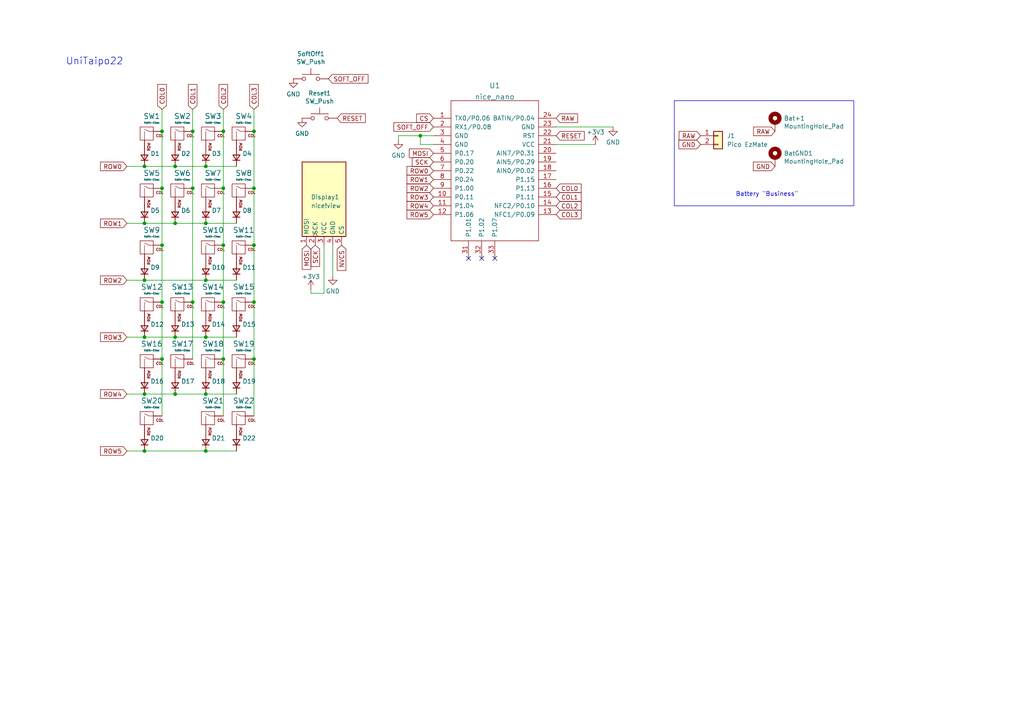
<source format=kicad_sch>
(kicad_sch (version 20250114) (generator "eeschema") (generator_version "9.0")
  (paper "A4")
  (lib_symbols
    (symbol "Connector_Generic:Conn_01x02" (pin_names (offset 1.016) (hide yes))
      (property "Reference" "J" (at 0 2.54 0))
      (property "Value" "Conn_01x02" (at 0 -5.08 0))
      (symbol "Conn_01x02_1_1"
        (rectangle (start -1.27 1.27) (end 1.27 -3.81) (stroke (width 0.254)) (fill (type background)))
        (rectangle (start -1.27 0.127) (end 0 -0.127) (stroke (width 0.1524)))
        (rectangle (start -1.27 -2.413) (end 0 -2.667) (stroke (width 0.1524)))
        (pin passive line (at -5.08 0 0) (length 3.81) (name "Pin_1") (number "1"))
        (pin passive line (at -5.08 -2.54 0) (length 3.81) (name "Pin_2") (number "2"))
      )
    )
    (symbol "Device:D_Small" (pin_numbers (hide yes)) (pin_names (offset 0.254) (hide yes))
      (property "Reference" "D" (at -1.27 2.032 0))
      (property "Value" "D_Small" (at -3.81 -2.032 0))
      (symbol "D_Small_0_1"
        (polyline (pts (xy -0.762 0) (xy 0.762 0)))
        (polyline (pts (xy -0.762 -1.016) (xy -0.762 1.016)) (stroke (width 0.254)))
        (polyline (pts (xy 0.762 -1.016) (xy -0.762 0) (xy 0.762 1.016) (xy 0.762 -1.016)) (stroke (width 0.254)))
      )
      (symbol "D_Small_1_1"
        (pin passive line (at -2.54 0 0) (length 1.778) (name "K") (number "1"))
        (pin passive line (at 2.54 0 180) (length 1.778) (name "A") (number "2"))
      )
    )
    (symbol "MX_Alps_Hybrid:MX-NoLED" (pin_names (offset 1.016))
      (property "Reference" "MX" (at -0.635 3.81 0))
      (property "Value" "MX-NoLED" (at -0.635 1.27 0))
      (symbol "MX-NoLED_0_0"
        (rectangle (start -2.54 2.54) (end 1.27 -1.27))
        (polyline (pts (xy -1.27 -1.27) (xy -1.27 1.27)) (stroke (width 0.127)))
        (polyline (pts (xy 1.27 1.27) (xy 0 1.27) (xy -1.27 1.905)) (stroke (width 0.127)))
        (text "ROW" (at 0 -1.905 900) (effects (font (size 0.762 0.762)) (justify right)))
        (text "COL" (at 3.175 0 0) (effects (font (size 0.762 0.762))))
      )
      (symbol "MX-NoLED_1_1"
        (pin passive line (at -1.27 -3.81 90) (length 2.54) (name "ROW") (number "2"))
        (pin passive line (at 3.81 1.27 180) (length 2.54) (name "COL") (number "1"))
      )
    )
    (symbol "Mechanical:MountingHole_Pad" (pin_numbers (hide yes)) (pin_names (offset 1.016) (hide yes))
      (property "Reference" "H" (at 0 6.35 0))
      (property "Value" "MountingHole_Pad" (at 0 4.445 0))
      (symbol "MountingHole_Pad_0_1"
        (circle (center 0 1.27) (radius 1.27) (stroke (width 1.27)))
      )
      (symbol "MountingHole_Pad_1_1"
        (pin input line (at 0 -2.54 90) (length 2.54) (name "1") (number "1"))
      )
    )
    (symbol "Switch:SW_Push" (pin_numbers (hide yes)) (pin_names (offset 1.016) (hide yes))
      (property "Reference" "SW" (at 1.27 2.54 0))
      (property "Value" "SW_Push" (at 0 -1.524 0))
      (symbol "SW_Push_0_1"
        (circle (center -2.032 0) (radius 0.508))
        (polyline (pts (xy 0 1.27) (xy 0 3.048)))
        (circle (center 2.032 0) (radius 0.508))
        (polyline (pts (xy 2.54 1.27) (xy -2.54 1.27)))
        (pin passive line (at -5.08 0 0) (length 2.54) (name "1") (number "1"))
        (pin passive line (at 5.08 0 180) (length 2.54) (name "2") (number "2"))
      )
    )
    (symbol "nice_nano:nice_nano" (pin_names (offset 1.016))
      (property "Reference" "U" (at 0 0 0))
      (property "Value" "nice_nano" (at 0 2.54 0))
      (symbol "nice_nano_0_1"
        (rectangle (start -12.7 -21.59) (end 12.7 19.05))
      )
      (symbol "nice_nano_1_1"
        (pin input line (at -17.78 13.97 0) (length 5.08) (name "TX0/P0.06") (number "1"))
        (pin input line (at -17.78 11.43 0) (length 5.08) (name "RX1/P0.08") (number "2"))
        (pin input line (at -17.78 8.89 0) (length 5.08) (name "GND") (number "3"))
        (pin input line (at -17.78 6.35 0) (length 5.08) (name "GND") (number "4"))
        (pin input line (at -17.78 3.81 0) (length 5.08) (name "P0.17") (number "5"))
        (pin input line (at -17.78 1.27 0) (length 5.08) (name "P0.20") (number "6"))
        (pin input line (at -17.78 -1.27 0) (length 5.08) (name "P0.22") (number "7"))
        (pin input line (at -17.78 -3.81 0) (length 5.08) (name "P0.24") (number "8"))
        (pin input line (at -17.78 -6.35 0) (length 5.08) (name "P1.00") (number "9"))
        (pin input line (at -17.78 -8.89 0) (length 5.08) (name "P0.11") (number "10"))
        (pin input line (at -17.78 -11.43 0) (length 5.08) (name "P1.04") (number "11"))
        (pin input line (at -17.78 -13.97 0) (length 5.08) (name "P1.06") (number "12"))
        (pin input line (at -7.62 -26.67 90) (length 5.08) (name "P1.01") (number "31"))
        (pin input line (at -3.81 -26.67 90) (length 5.08) (name "P1.02") (number "32"))
        (pin input line (at 0 -26.67 90) (length 5.08) (name "P1.07") (number "33"))
        (pin input line (at 17.78 13.97 180) (length 5.08) (name "BATIN/P0.04") (number "24"))
        (pin input line (at 17.78 11.43 180) (length 5.08) (name "GND") (number "23"))
        (pin input line (at 17.78 8.89 180) (length 5.08) (name "RST") (number "22"))
        (pin input line (at 17.78 6.35 180) (length 5.08) (name "VCC") (number "21"))
        (pin input line (at 17.78 3.81 180) (length 5.08) (name "AIN7/P0.31") (number "20"))
        (pin input line (at 17.78 1.27 180) (length 5.08) (name "AIN5/P0.29") (number "19"))
        (pin input line (at 17.78 -1.27 180) (length 5.08) (name "AIN0/P0.02") (number "18"))
        (pin input line (at 17.78 -3.81 180) (length 5.08) (name "P1.15") (number "17"))
        (pin input line (at 17.78 -6.35 180) (length 5.08) (name "P1.13") (number "16"))
        (pin input line (at 17.78 -8.89 180) (length 5.08) (name "P1.11") (number "15"))
        (pin input line (at 17.78 -11.43 180) (length 5.08) (name "NFC2/P0.10") (number "14"))
        (pin input line (at 17.78 -13.97 180) (length 5.08) (name "NFC1/P0.09") (number "13"))
      )
    )
    (symbol "nice_view:nice!view"
      (property "Reference" "Display" (at 0 12.7 0))
      (property "Value" "nice!view" (at 0 0 0))
      (symbol "nice!view_0_1"
        (rectangle (start -6.35 11.43) (end 6.35 -10.16) (stroke (width 0.254)) (fill (type background)))
      )
      (symbol "nice!view_1_1"
        (pin input line (at -5.08 -12.7 90) (length 2.54) (name "MOSI") (number "1"))
        (pin input clock (at -2.54 -12.7 90) (length 2.54) (name "SCK") (number "2"))
        (pin power_in line (at 0 -12.7 90) (length 2.54) (name "VCC") (number "3"))
        (pin power_out line (at 2.54 -12.7 90) (length 2.54) (name "GND") (number "4"))
        (pin passive line (at 5.08 -12.7 90) (length 2.54) (name "CS") (number "5"))
      )
    )
    (symbol "power:+3.3V" (power) (pin_names (offset 0))
      (property "Value" "+3.3V" (at 0 3.556 0))
      (symbol "+3.3V_0_1"
        (polyline (pts (xy -0.762 1.27) (xy 0 2.54)))
        (polyline (pts (xy 0 2.54) (xy 0.762 1.27)))
        (polyline (pts (xy 0 0) (xy 0 2.54)))
      )
      (symbol "+3.3V_1_1"
        (pin power_in line (at 0 0 90) (length 0) (hide yes) (name "+3V3") (number "1"))
      )
    )
    (symbol "power:GND" (power) (pin_names (offset 0))
      (property "Value" "GND" (at 0 -3.81 0))
      (symbol "GND_0_1"
        (polyline (pts (xy 0 0) (xy 0 -1.27) (xy 1.27 -1.27) (xy 0 -2.54) (xy -1.27 -1.27) (xy 0 -1.27)))
      )
      (symbol "GND_1_1"
        (pin power_in line (at 0 0 270) (length 0) (hide yes) (name "GND") (number "1"))
      )
    )
  )
  (text "Battery \"Business\"" (at 213.36 57.15 0) (effects (font (size 1.27 1.27)) (justify left bottom)))
  (text "UniTaipo22" (at 19.05 19.05 0) (effects (font (size 2 2)) (justify left bottom)))
  (junction (at 50.8 97.79))
  (junction (at 73.66 104.14))
  (junction (at 50.8 48.26))
  (junction (at 73.66 54.61))
  (junction (at 50.8 114.3))
  (junction (at 41.91 81.28))
  (junction (at 64.77 71.12))
  (junction (at 46.99 71.12))
  (junction (at 73.66 87.63))
  (junction (at 59.69 97.79))
  (junction (at 64.77 38.1))
  (junction (at 64.77 87.63))
  (junction (at 46.99 104.14))
  (junction (at 59.69 114.3))
  (junction (at 55.88 54.61))
  (junction (at 55.88 87.63))
  (junction (at 59.69 64.77))
  (junction (at 46.99 38.1))
  (junction (at 121.92 39.37))
  (junction (at 50.8 64.77))
  (junction (at 41.91 64.77))
  (junction (at 73.66 38.1))
  (junction (at 41.91 114.3))
  (junction (at 64.77 54.61))
  (junction (at 46.99 54.61))
  (junction (at 59.69 130.81))
  (junction (at 73.66 71.12))
  (junction (at 41.91 130.81))
  (junction (at 59.69 48.26))
  (junction (at 64.77 104.14))
  (junction (at 46.99 87.63))
  (junction (at 55.88 38.1))
  (junction (at 59.69 81.28))
  (junction (at 41.91 97.79))
  (junction (at 41.91 48.26))
  (no_connect (at 135.89 74.93))
  (no_connect (at 139.7 74.93))
  (no_connect (at 143.51 74.93))
  (wire (pts (xy 59.69 97.79) (xy 68.58 97.79)))
  (wire (pts (xy 36.83 114.3) (xy 41.91 114.3)))
  (polyline (pts (xy 195.58 29.21) (xy 195.58 59.69)))
  (wire (pts (xy 59.69 114.3) (xy 68.58 114.3)))
  (wire (pts (xy 41.91 64.77) (xy 50.8 64.77)))
  (wire (pts (xy 46.99 87.63) (xy 46.99 104.14)))
  (wire (pts (xy 115.57 39.37) (xy 121.92 39.37)))
  (polyline (pts (xy 247.65 59.69) (xy 195.58 59.69)))
  (wire (pts (xy 41.91 130.81) (xy 59.69 130.81)))
  (wire (pts (xy 46.99 31.75) (xy 46.99 38.1)))
  (wire (pts (xy 90.17 85.09) (xy 90.17 83.82)))
  (wire (pts (xy 50.8 97.79) (xy 59.69 97.79)))
  (wire (pts (xy 93.98 71.12) (xy 93.98 85.09)))
  (wire (pts (xy 50.8 48.26) (xy 59.69 48.26)))
  (polyline (pts (xy 247.65 29.21) (xy 247.65 59.69)))
  (wire (pts (xy 46.99 38.1) (xy 46.99 54.61)))
  (wire (pts (xy 73.66 104.14) (xy 73.66 120.65)))
  (wire (pts (xy 161.29 41.91) (xy 172.72 41.91)))
  (wire (pts (xy 125.73 39.37) (xy 121.92 39.37)))
  (wire (pts (xy 73.66 31.75) (xy 73.66 38.1)))
  (wire (pts (xy 50.8 114.3) (xy 59.69 114.3)))
  (wire (pts (xy 36.83 130.81) (xy 41.91 130.81)))
  (wire (pts (xy 50.8 64.77) (xy 59.69 64.77)))
  (wire (pts (xy 55.88 38.1) (xy 55.88 54.61)))
  (wire (pts (xy 161.29 36.83) (xy 177.8 36.83)))
  (wire (pts (xy 41.91 48.26) (xy 50.8 48.26)))
  (wire (pts (xy 64.77 104.14) (xy 64.77 120.65)))
  (wire (pts (xy 73.66 38.1) (xy 73.66 54.61)))
  (polyline (pts (xy 195.58 29.21) (xy 247.65 29.21)))
  (wire (pts (xy 41.91 97.79) (xy 50.8 97.79)))
  (wire (pts (xy 96.52 71.12) (xy 96.52 80.01)))
  (wire (pts (xy 64.77 54.61) (xy 64.77 71.12)))
  (wire (pts (xy 125.73 41.91) (xy 121.92 41.91)))
  (wire (pts (xy 59.69 130.81) (xy 68.58 130.81)))
  (wire (pts (xy 59.69 81.28) (xy 68.58 81.28)))
  (wire (pts (xy 46.99 71.12) (xy 46.99 87.63)))
  (wire (pts (xy 41.91 114.3) (xy 50.8 114.3)))
  (wire (pts (xy 93.98 85.09) (xy 90.17 85.09)))
  (wire (pts (xy 46.99 54.61) (xy 46.99 71.12)))
  (wire (pts (xy 115.57 39.37) (xy 115.57 40.64)))
  (wire (pts (xy 64.77 31.75) (xy 64.77 38.1)))
  (wire (pts (xy 73.66 54.61) (xy 73.66 71.12)))
  (wire (pts (xy 64.77 38.1) (xy 64.77 54.61)))
  (wire (pts (xy 121.92 41.91) (xy 121.92 39.37)))
  (wire (pts (xy 64.77 71.12) (xy 64.77 87.63)))
  (wire (pts (xy 59.69 64.77) (xy 68.58 64.77)))
  (wire (pts (xy 36.83 97.79) (xy 41.91 97.79)))
  (wire (pts (xy 59.69 48.26) (xy 68.58 48.26)))
  (wire (pts (xy 36.83 81.28) (xy 41.91 81.28)))
  (wire (pts (xy 73.66 71.12) (xy 73.66 87.63)))
  (wire (pts (xy 55.88 31.75) (xy 55.88 38.1)))
  (wire (pts (xy 64.77 87.63) (xy 64.77 104.14)))
  (wire (pts (xy 36.83 48.26) (xy 41.91 48.26)))
  (wire (pts (xy 36.83 64.77) (xy 41.91 64.77)))
  (wire (pts (xy 55.88 54.61) (xy 55.88 87.63)))
  (wire (pts (xy 41.91 81.28) (xy 59.69 81.28)))
  (wire (pts (xy 46.99 104.14) (xy 46.99 120.65)))
  (wire (pts (xy 55.88 87.63) (xy 55.88 104.14)))
  (wire (pts (xy 73.66 87.63) (xy 73.66 104.14)))
  (global_label "GND" (shape input) (at 203.2 41.91 180) (property "Intersheetrefs" "${INTERSHEET_REFS}" (effects (hide yes))))
  (global_label "MOSI" (shape input) (at 125.73 44.45 180) (property "Intersheetrefs" "${INTERSHEET_REFS}" (effects (hide yes))))
  (global_label "ROW1" (shape input) (at 36.83 64.77 180) (property "Intersheetrefs" "${INTERSHEET_REFS}" (effects (hide yes))))
  (global_label "COL2" (shape input) (at 161.29 59.69 0) (property "Intersheetrefs" "${INTERSHEET_REFS}" (effects (hide yes))))
  (global_label "ROW3" (shape input) (at 125.73 57.15 180) (property "Intersheetrefs" "${INTERSHEET_REFS}" (effects (hide yes))))
  (global_label "RESET" (shape input) (at 161.29 39.37 0) (property "Intersheetrefs" "${INTERSHEET_REFS}" (effects (hide yes))))
  (global_label "ROW0" (shape input) (at 125.73 49.53 180) (property "Intersheetrefs" "${INTERSHEET_REFS}" (effects (hide yes))))
  (global_label "ROW4" (shape input) (at 125.73 59.69 180) (property "Intersheetrefs" "${INTERSHEET_REFS}" (effects (hide yes))))
  (global_label "COL0" (shape input) (at 161.29 54.61 0) (property "Intersheetrefs" "${INTERSHEET_REFS}" (effects (hide yes))))
  (global_label "SOFT_OFF" (shape input) (at 95.25 22.86 0) (property "Intersheetrefs" "${INTERSHEET_REFS}" (effects (hide yes))))
  (global_label "SOFT_OFF" (shape input) (at 125.73 36.83 180) (property "Intersheetrefs" "${INTERSHEET_REFS}" (effects (hide yes))))
  (global_label "RAW" (shape input) (at 203.2 39.37 180) (property "Intersheetrefs" "${INTERSHEET_REFS}" (effects (hide yes))))
  (global_label "COL1" (shape input) (at 55.88 31.75 90) (property "Intersheetrefs" "${INTERSHEET_REFS}" (effects (hide yes))))
  (global_label "CS" (shape input) (at 125.73 34.29 180) (property "Intersheetrefs" "${INTERSHEET_REFS}" (effects (hide yes))))
  (global_label "ROW3" (shape input) (at 36.83 97.79 180) (property "Intersheetrefs" "${INTERSHEET_REFS}" (effects (hide yes))))
  (global_label "NVCS" (shape input) (at 99.06 71.12 270) (property "Intersheetrefs" "${INTERSHEET_REFS}" (effects (hide yes))))
  (global_label "ROW2" (shape input) (at 125.73 54.61 180) (property "Intersheetrefs" "${INTERSHEET_REFS}" (effects (hide yes))))
  (global_label "SCK" (shape input) (at 125.73 46.99 180) (property "Intersheetrefs" "${INTERSHEET_REFS}" (effects (hide yes))))
  (global_label "COL1" (shape input) (at 161.29 57.15 0) (property "Intersheetrefs" "${INTERSHEET_REFS}" (effects (hide yes))))
  (global_label "RESET" (shape input) (at 97.79 34.29 0) (property "Intersheetrefs" "${INTERSHEET_REFS}" (effects (hide yes))))
  (global_label "ROW5" (shape input) (at 125.73 62.23 180) (property "Intersheetrefs" "${INTERSHEET_REFS}" (effects (hide yes))))
  (global_label "COL3" (shape input) (at 161.29 62.23 0) (property "Intersheetrefs" "${INTERSHEET_REFS}" (effects (hide yes))))
  (global_label "MOSI" (shape input) (at 88.9 71.12 270) (property "Intersheetrefs" "${INTERSHEET_REFS}" (effects (hide yes))))
  (global_label "GND" (shape input) (at 224.79 48.26 180) (property "Intersheetrefs" "${INTERSHEET_REFS}" (effects (hide yes))))
  (global_label "SCK" (shape input) (at 91.44 71.12 270) (property "Intersheetrefs" "${INTERSHEET_REFS}" (effects (hide yes))))
  (global_label "ROW5" (shape input) (at 36.83 130.81 180) (property "Intersheetrefs" "${INTERSHEET_REFS}" (effects (hide yes))))
  (global_label "ROW4" (shape input) (at 36.83 114.3 180) (property "Intersheetrefs" "${INTERSHEET_REFS}" (effects (hide yes))))
  (global_label "ROW0" (shape input) (at 36.83 48.26 180) (property "Intersheetrefs" "${INTERSHEET_REFS}" (effects (hide yes))))
  (global_label "COL0" (shape input) (at 46.99 31.75 90) (property "Intersheetrefs" "${INTERSHEET_REFS}" (effects (hide yes))))
  (global_label "ROW1" (shape input) (at 125.73 52.07 180) (property "Intersheetrefs" "${INTERSHEET_REFS}" (effects (hide yes))))
  (global_label "RAW" (shape input) (at 224.79 38.1 180) (property "Intersheetrefs" "${INTERSHEET_REFS}" (effects (hide yes))))
  (global_label "COL2" (shape input) (at 64.77 31.75 90) (property "Intersheetrefs" "${INTERSHEET_REFS}" (effects (hide yes))))
  (global_label "COL3" (shape input) (at 73.66 31.75 90) (property "Intersheetrefs" "${INTERSHEET_REFS}" (effects (hide yes))))
  (global_label "RAW" (shape input) (at 161.29 34.29 0) (property "Intersheetrefs" "${INTERSHEET_REFS}" (effects (hide yes))))
  (global_label "ROW2" (shape input) (at 36.83 81.28 180) (property "Intersheetrefs" "${INTERSHEET_REFS}" (effects (hide yes))))
  (symbol (lib_id "Device:D_Small") (at 50.8 95.25 90) (unit 1)
    (property "Reference" "D13" (at 52.5272 94.0816 90) (effects (justify right)))
    (property "Value" "diode" (effects (hide yes)))
    (property "Footprint" "Bubble_Lib:SMD_Diode_B2" (effects (hide yes)))
  )
  (symbol (lib_id "power:GND") (at 96.52 80.01 0) (unit 1)
    (property "Reference" "#PWR04" (effects (hide yes)))
    (property "Value" "GND" (at 96.52 84.4534 0))
  )
  (symbol (lib_id "power:+3.3V") (at 172.72 41.91 0) (unit 1)
    (property "Reference" "#PWR03" (effects (hide yes)))
    (property "Value" "+3V3" (at 172.72 38.3342 0))
  )
  (symbol (lib_id "Device:D_Small") (at 68.58 128.27 90) (unit 1)
    (property "Reference" "D22" (at 70.3072 127.1016 90) (effects (justify right)))
    (property "Value" "diode" (effects (hide yes)))
    (property "Footprint" "Bubble_Lib:SMD_Diode_B2" (effects (hide yes)))
  )
  (symbol (lib_id "MX_Alps_Hybrid:MX-NoLED") (at 69.85 88.9 0) (unit 1)
    (property "Reference" "SW15" (at 70.6882 83.2358 0) (effects (font (size 1.524 1.524))))
    (property "Value" "Kailh-Choc" (at 70.6882 85.1154 0) (effects (font (size 0.508 0.508))))
    (property "Footprint" "Bubble_Lib:SW_Hotswap_Kailh_Choc_V1_taipo" (effects (hide yes)))
  )
  (symbol (lib_id "MX_Alps_Hybrid:MX-NoLED") (at 43.18 88.9 0) (unit 1)
    (property "Reference" "SW12" (at 44.0182 83.2358 0) (effects (font (size 1.524 1.524))))
    (property "Value" "Kailh-Choc" (at 44.0182 85.1154 0) (effects (font (size 0.508 0.508))))
    (property "Footprint" "Bubble_Lib:SW_Hotswap_Kailh_Choc_V1_taipo" (effects (hide yes)))
  )
  (symbol (lib_id "Device:D_Small") (at 41.91 128.27 90) (unit 1)
    (property "Reference" "D20" (at 43.6372 127.1016 90) (effects (justify right)))
    (property "Value" "diode" (effects (hide yes)))
    (property "Footprint" "Bubble_Lib:SMD_Diode_B2" (effects (hide yes)))
  )
  (symbol (lib_id "Device:D_Small") (at 59.69 45.72 90) (unit 1)
    (property "Reference" "D3" (at 61.4172 44.5516 90) (effects (justify right)))
    (property "Value" "diode" (effects (hide yes)))
    (property "Footprint" "Bubble_Lib:SMD_Diode_B2" (effects (hide yes)))
  )
  (symbol (lib_id "nice_view:nice!view") (at 93.98 58.42 0) (unit 1)
    (property "Reference" "Display1" (at 90.17 57.1531 0) (effects (justify left)))
    (property "Value" "nice!view" (at 90.17 59.69 0) (effects (justify left)))
    (property "Footprint" "Bubble_Lib:nice_view" (effects (hide yes)))
    (property "Datasheet" "https://nicekeyboards.com/docs/nice-view/pinout-schematic" (effects (hide yes)))
  )
  (symbol (lib_id "MX_Alps_Hybrid:MX-NoLED") (at 43.18 121.92 0) (unit 1)
    (property "Reference" "SW20" (at 44.0182 116.2558 0) (effects (font (size 1.524 1.524))))
    (property "Value" "Kailh-Choc" (at 44.0182 118.1354 0) (effects (font (size 0.508 0.508))))
    (property "Footprint" "Bubble_Lib:SW_Hotswap_Kailh_Choc_V1_taipo" (effects (hide yes)))
  )
  (symbol (lib_id "Device:D_Small") (at 59.69 128.27 90) (unit 1)
    (property "Reference" "D21" (at 61.4172 127.1016 90) (effects (justify right)))
    (property "Value" "diode" (effects (hide yes)))
    (property "Footprint" "Bubble_Lib:SMD_Diode_B2" (effects (hide yes)))
  )
  (symbol (lib_id "Connector_Generic:Conn_01x02") (at 208.28 39.37 0) (unit 1)
    (property "Reference" "J1" (at 210.82 39.3699 0) (effects (justify left)))
    (property "Value" "Pico EzMate" (at 210.82 41.9099 0) (effects (justify left)))
    (property "Footprint" "Connector_Molex:Molex_Pico-EZmate_78171-0002_1x02-1MP_P1.20mm_Vertical" (effects (hide yes)))
    (property "Description" "Generic connector, single row, 01x02, script generated (kicad-library-utils/schlib/autogen/connector/)" (effects (hide yes)))
  )
  (symbol (lib_id "power:GND") (at 177.8 36.83 0) (unit 1)
    (property "Reference" "#PWR01" (effects (hide yes)))
    (property "Value" "GND" (at 177.8 41.2734 0))
  )
  (symbol (lib_id "MX_Alps_Hybrid:MX-NoLED") (at 52.07 55.88 0) (unit 1)
    (property "Reference" "SW6" (at 52.9082 50.2158 0) (effects (font (size 1.524 1.524))))
    (property "Value" "Kailh-Choc" (at 52.9082 52.0954 0) (effects (font (size 0.508 0.508))))
    (property "Footprint" "Bubble_Lib:SW_Hotswap_Kailh_Choc_V1_taipo" (effects (hide yes)))
  )
  (symbol (lib_id "Device:D_Small") (at 41.91 111.76 90) (unit 1)
    (property "Reference" "D16" (at 43.6372 110.5916 90) (effects (justify right)))
    (property "Value" "diode" (effects (hide yes)))
    (property "Footprint" "Bubble_Lib:SMD_Diode_B2" (effects (hide yes)))
  )
  (symbol (lib_id "MX_Alps_Hybrid:MX-NoLED") (at 69.85 55.88 0) (unit 1)
    (property "Reference" "SW8" (at 70.6882 50.2158 0) (effects (font (size 1.524 1.524))))
    (property "Value" "Kailh-Choc" (at 70.6882 52.0954 0) (effects (font (size 0.508 0.508))))
    (property "Footprint" "Bubble_Lib:SW_Hotswap_Kailh_Choc_V1_taipo" (effects (hide yes)))
  )
  (symbol (lib_id "Device:D_Small") (at 50.8 45.72 90) (unit 1)
    (property "Reference" "D2" (at 52.5272 44.5516 90) (effects (justify right)))
    (property "Value" "diode" (effects (hide yes)))
    (property "Footprint" "Bubble_Lib:SMD_Diode_B2" (effects (hide yes)))
  )
  (symbol (lib_id "MX_Alps_Hybrid:MX-NoLED") (at 69.85 72.39 0) (unit 1)
    (property "Reference" "SW11" (at 70.6882 66.7258 0) (effects (font (size 1.524 1.524))))
    (property "Value" "Kailh-Choc" (at 70.6882 68.6054 0) (effects (font (size 0.508 0.508))))
    (property "Footprint" "Bubble_Lib:SW_Hotswap_Kailh_Choc_V1_taipo" (effects (hide yes)))
  )
  (symbol (lib_id "MX_Alps_Hybrid:MX-NoLED") (at 60.96 39.37 0) (unit 1)
    (property "Reference" "SW3" (at 61.7982 33.7058 0) (effects (font (size 1.524 1.524))))
    (property "Value" "Kailh-Choc" (at 61.7982 35.5854 0) (effects (font (size 0.508 0.508))))
    (property "Footprint" "Bubble_Lib:SW_Hotswap_Kailh_Choc_V1_taipo" (effects (hide yes)))
  )
  (symbol (lib_id "MX_Alps_Hybrid:MX-NoLED") (at 43.18 55.88 0) (unit 1)
    (property "Reference" "SW5" (at 44.0182 50.2158 0) (effects (font (size 1.524 1.524))))
    (property "Value" "Kailh-Choc" (at 44.0182 52.0954 0) (effects (font (size 0.508 0.508))))
    (property "Footprint" "Bubble_Lib:SW_Hotswap_Kailh_Choc_V1_taipo" (effects (hide yes)))
  )
  (symbol (lib_id "MX_Alps_Hybrid:MX-NoLED") (at 43.18 72.39 0) (unit 1)
    (property "Reference" "SW9" (at 44.0182 66.7258 0) (effects (font (size 1.524 1.524))))
    (property "Value" "Kailh-Choc" (at 44.0182 68.6054 0) (effects (font (size 0.508 0.508))))
    (property "Footprint" "Bubble_Lib:SW_Hotswap_Kailh_Choc_V1_taipo" (effects (hide yes)))
  )
  (symbol (lib_id "MX_Alps_Hybrid:MX-NoLED") (at 43.18 105.41 0) (unit 1)
    (property "Reference" "SW16" (at 44.0182 99.7458 0) (effects (font (size 1.524 1.524))))
    (property "Value" "Kailh-Choc" (at 44.0182 101.6254 0) (effects (font (size 0.508 0.508))))
    (property "Footprint" "Bubble_Lib:SW_Hotswap_Kailh_Choc_V1_taipo" (effects (hide yes)))
  )
  (symbol (lib_id "Device:D_Small") (at 68.58 45.72 90) (unit 1)
    (property "Reference" "D4" (at 70.3072 44.5516 90) (effects (justify right)))
    (property "Value" "diode" (effects (hide yes)))
    (property "Footprint" "Bubble_Lib:SMD_Diode_B2" (effects (hide yes)))
  )
  (symbol (lib_id "MX_Alps_Hybrid:MX-NoLED") (at 43.18 39.37 0) (unit 1)
    (property "Reference" "SW1" (at 44.0182 33.7058 0) (effects (font (size 1.524 1.524))))
    (property "Value" "Kailh-Choc" (at 44.0182 35.5854 0) (effects (font (size 0.508 0.508))))
    (property "Footprint" "Bubble_Lib:SW_Hotswap_Kailh_Choc_V1_taipo" (effects (hide yes)))
  )
  (symbol (lib_id "MX_Alps_Hybrid:MX-NoLED") (at 60.96 105.41 0) (unit 1)
    (property "Reference" "SW18" (at 61.7982 99.7458 0) (effects (font (size 1.524 1.524))))
    (property "Value" "Kailh-Choc" (at 61.7982 101.6254 0) (effects (font (size 0.508 0.508))))
    (property "Footprint" "Bubble_Lib:SW_Hotswap_Kailh_Choc_V1_taipo" (effects (hide yes)))
  )
  (symbol (lib_id "Device:D_Small") (at 41.91 95.25 90) (unit 1)
    (property "Reference" "D12" (at 43.6372 94.0816 90) (effects (justify right)))
    (property "Value" "diode" (effects (hide yes)))
    (property "Footprint" "Bubble_Lib:SMD_Diode_B2" (effects (hide yes)))
  )
  (symbol (lib_id "power:+3.3V") (at 90.17 83.82 0) (unit 1)
    (property "Reference" "#PWR05" (effects (hide yes)))
    (property "Value" "+3V3" (at 90.17 80.2442 0))
  )
  (symbol (lib_id "MX_Alps_Hybrid:MX-NoLED") (at 52.07 105.41 0) (unit 1)
    (property "Reference" "SW17" (at 52.9082 99.7458 0) (effects (font (size 1.524 1.524))))
    (property "Value" "Kailh-Choc" (at 52.9082 101.6254 0) (effects (font (size 0.508 0.508))))
    (property "Footprint" "Bubble_Lib:SW_Hotswap_Kailh_Choc_V1_taipo" (effects (hide yes)))
  )
  (symbol (lib_id "MX_Alps_Hybrid:MX-NoLED") (at 60.96 88.9 0) (unit 1)
    (property "Reference" "SW14" (at 61.7982 83.2358 0) (effects (font (size 1.524 1.524))))
    (property "Value" "Kailh-Choc" (at 61.7982 85.1154 0) (effects (font (size 0.508 0.508))))
    (property "Footprint" "Bubble_Lib:SW_Hotswap_Kailh_Choc_V1_taipo" (effects (hide yes)))
  )
  (symbol (lib_id "Device:D_Small") (at 59.69 95.25 90) (unit 1)
    (property "Reference" "D14" (at 61.4172 94.0816 90) (effects (justify right)))
    (property "Value" "diode" (effects (hide yes)))
    (property "Footprint" "Bubble_Lib:SMD_Diode_B2" (effects (hide yes)))
  )
  (symbol (lib_id "power:GND") (at 87.63 34.29 0) (unit 1)
    (property "Reference" "#PWR06" (effects (hide yes)))
    (property "Value" "GND" (at 87.63 38.7334 0))
  )
  (symbol (lib_id "Device:D_Small") (at 41.91 45.72 90) (unit 1)
    (property "Reference" "D1" (at 43.6372 44.5516 90) (effects (justify right)))
    (property "Value" "diode" (effects (hide yes)))
    (property "Footprint" "Bubble_Lib:SMD_Diode_B2" (effects (hide yes)))
  )
  (symbol (lib_id "power:GND") (at 85.09 22.86 0) (unit 1)
    (property "Reference" "#PWR07" (effects (hide yes)))
    (property "Value" "GND" (at 85.09 27.3034 0))
  )
  (symbol (lib_id "Device:D_Small") (at 50.8 62.23 90) (unit 1)
    (property "Reference" "D6" (at 52.5272 61.0616 90) (effects (justify right)))
    (property "Value" "diode" (effects (hide yes)))
    (property "Footprint" "Bubble_Lib:SMD_Diode_B2" (effects (hide yes)))
  )
  (symbol (lib_id "Device:D_Small") (at 59.69 78.74 90) (unit 1)
    (property "Reference" "D10" (at 61.4172 77.5716 90) (effects (justify right)))
    (property "Value" "diode" (effects (hide yes)))
    (property "Footprint" "Bubble_Lib:SMD_Diode_B2" (effects (hide yes)))
  )
  (symbol (lib_id "power:GND") (at 115.57 40.64 0) (unit 1)
    (property "Reference" "#PWR02" (effects (hide yes)))
    (property "Value" "GND" (at 115.57 45.0834 0))
  )
  (symbol (lib_id "MX_Alps_Hybrid:MX-NoLED") (at 60.96 55.88 0) (unit 1)
    (property "Reference" "SW7" (at 61.7982 50.2158 0) (effects (font (size 1.524 1.524))))
    (property "Value" "Kailh-Choc" (at 61.7982 52.0954 0) (effects (font (size 0.508 0.508))))
    (property "Footprint" "Bubble_Lib:SW_Hotswap_Kailh_Choc_V1_taipo" (effects (hide yes)))
  )
  (symbol (lib_id "MX_Alps_Hybrid:MX-NoLED") (at 69.85 105.41 0) (unit 1)
    (property "Reference" "SW19" (at 70.6882 99.7458 0) (effects (font (size 1.524 1.524))))
    (property "Value" "Kailh-Choc" (at 70.6882 101.6254 0) (effects (font (size 0.508 0.508))))
    (property "Footprint" "Bubble_Lib:SW_Hotswap_Kailh_Choc_V1_taipo" (effects (hide yes)))
  )
  (symbol (lib_id "Device:D_Small") (at 68.58 78.74 90) (unit 1)
    (property "Reference" "D11" (at 70.3072 77.5716 90) (effects (justify right)))
    (property "Value" "diode" (effects (hide yes)))
    (property "Footprint" "Bubble_Lib:SMD_Diode_B2" (effects (hide yes)))
  )
  (symbol (lib_id "Device:D_Small") (at 59.69 111.76 90) (unit 1)
    (property "Reference" "D18" (at 61.4172 110.5916 90) (effects (justify right)))
    (property "Value" "diode" (effects (hide yes)))
    (property "Footprint" "Bubble_Lib:SMD_Diode_B2" (effects (hide yes)))
  )
  (symbol (lib_id "MX_Alps_Hybrid:MX-NoLED") (at 52.07 88.9 0) (unit 1)
    (property "Reference" "SW13" (at 52.9082 83.2358 0) (effects (font (size 1.524 1.524))))
    (property "Value" "Kailh-Choc" (at 52.9082 85.1154 0) (effects (font (size 0.508 0.508))))
    (property "Footprint" "Bubble_Lib:SW_Hotswap_Kailh_Choc_V1_taipo" (effects (hide yes)))
  )
  (symbol (lib_id "Device:D_Small") (at 41.91 78.74 90) (unit 1)
    (property "Reference" "D9" (at 43.6372 77.5716 90) (effects (justify right)))
    (property "Value" "diode" (effects (hide yes)))
    (property "Footprint" "Bubble_Lib:SMD_Diode_B2" (effects (hide yes)))
  )
  (symbol (lib_id "Device:D_Small") (at 59.69 62.23 90) (unit 1)
    (property "Reference" "D7" (at 61.4172 61.0616 90) (effects (justify right)))
    (property "Value" "diode" (effects (hide yes)))
    (property "Footprint" "Bubble_Lib:SMD_Diode_B2" (effects (hide yes)))
  )
  (symbol (lib_id "Device:D_Small") (at 68.58 95.25 90) (unit 1)
    (property "Reference" "D15" (at 70.3072 94.0816 90) (effects (justify right)))
    (property "Value" "diode" (effects (hide yes)))
    (property "Footprint" "Bubble_Lib:SMD_Diode_B2" (effects (hide yes)))
  )
  (symbol (lib_id "Switch:SW_Push") (at 92.71 34.29 0) (unit 1)
    (property "Reference" "Reset1" (at 92.71 27.051 0))
    (property "Value" "SW_Push" (at 92.71 29.3624 0))
    (property "Footprint" "Button_Switch_SMD:Panasonic_EVQPUL_EVQPUC" (effects (hide yes)))
  )
  (symbol (lib_id "Device:D_Small") (at 68.58 111.76 90) (unit 1)
    (property "Reference" "D19" (at 70.3072 110.5916 90) (effects (justify right)))
    (property "Value" "diode" (effects (hide yes)))
    (property "Footprint" "Bubble_Lib:SMD_Diode_B2" (effects (hide yes)))
  )
  (symbol (lib_id "MX_Alps_Hybrid:MX-NoLED") (at 52.07 39.37 0) (unit 1)
    (property "Reference" "SW2" (at 52.9082 33.7058 0) (effects (font (size 1.524 1.524))))
    (property "Value" "Kailh-Choc" (at 52.9082 35.5854 0) (effects (font (size 0.508 0.508))))
    (property "Footprint" "Bubble_Lib:SW_Hotswap_Kailh_Choc_V1_taipo" (effects (hide yes)))
  )
  (symbol (lib_id "nice_nano:nice_nano") (at 143.51 48.26 0) (unit 1)
    (property "Reference" "U1" (at 143.51 24.8061 0) (effects (font (size 1.524 1.524))))
    (property "Value" "nice_nano" (at 143.51 28.0851 0) (effects (font (size 1.524 1.524))))
    (property "Footprint" "Bubble_Lib:nice_nano_taipo" (effects (hide yes)))
  )
  (symbol (lib_id "MX_Alps_Hybrid:MX-NoLED") (at 69.85 121.92 0) (unit 1)
    (property "Reference" "SW22" (at 70.6882 116.2558 0) (effects (font (size 1.524 1.524))))
    (property "Value" "Kailh-Choc" (at 70.6882 118.1354 0) (effects (font (size 0.508 0.508))))
    (property "Footprint" "Bubble_Lib:SW_Hotswap_Kailh_Choc_V1_taipo" (effects (hide yes)))
  )
  (symbol (lib_id "Mechanical:MountingHole_Pad") (at 224.79 35.56 0) (unit 1)
    (property "Reference" "Bat+1" (at 227.33 34.3154 0) (effects (justify left)))
    (property "Value" "MountingHole_Pad" (at 227.33 36.6268 0) (effects (justify left)))
    (property "Footprint" "Bubble_Lib:1pin_Battery" (effects (hide yes)))
  )
  (symbol (lib_id "Device:D_Small") (at 41.91 62.23 90) (unit 1)
    (property "Reference" "D5" (at 43.6372 61.0616 90) (effects (justify right)))
    (property "Value" "diode" (effects (hide yes)))
    (property "Footprint" "Bubble_Lib:SMD_Diode_B2" (effects (hide yes)))
  )
  (symbol (lib_id "Mechanical:MountingHole_Pad") (at 224.79 45.72 0) (unit 1)
    (property "Reference" "BatGND1" (at 227.33 44.4754 0) (effects (justify left)))
    (property "Value" "MountingHole_Pad" (at 227.33 46.7868 0) (effects (justify left)))
    (property "Footprint" "Bubble_Lib:1pin_Battery" (effects (hide yes)))
  )
  (symbol (lib_id "Switch:SW_Push") (at 90.17 22.86 0) (unit 1)
    (property "Reference" "SoftOff1" (at 90.17 15.621 0))
    (property "Value" "SW_Push" (at 90.17 17.9324 0))
    (property "Footprint" "Button_Switch_SMD:Panasonic_EVQPUL_EVQPUC" (effects (hide yes)))
  )
  (symbol (lib_id "Device:D_Small") (at 50.8 111.76 90) (unit 1)
    (property "Reference" "D17" (at 52.5272 110.5916 90) (effects (justify right)))
    (property "Value" "diode" (effects (hide yes)))
    (property "Footprint" "Bubble_Lib:SMD_Diode_B2" (effects (hide yes)))
  )
  (symbol (lib_id "MX_Alps_Hybrid:MX-NoLED") (at 69.85 39.37 0) (unit 1)
    (property "Reference" "SW4" (at 70.6882 33.7058 0) (effects (font (size 1.524 1.524))))
    (property "Value" "Kailh-Choc" (at 70.6882 35.5854 0) (effects (font (size 0.508 0.508))))
    (property "Footprint" "Bubble_Lib:SW_Hotswap_Kailh_Choc_V1_taipo" (effects (hide yes)))
  )
  (symbol (lib_id "MX_Alps_Hybrid:MX-NoLED") (at 60.96 72.39 0) (unit 1)
    (property "Reference" "SW10" (at 61.7982 66.7258 0) (effects (font (size 1.524 1.524))))
    (property "Value" "Kailh-Choc" (at 61.7982 68.6054 0) (effects (font (size 0.508 0.508))))
    (property "Footprint" "Bubble_Lib:SW_Hotswap_Kailh_Choc_V1_taipo" (effects (hide yes)))
  )
  (symbol (lib_id "Device:D_Small") (at 68.58 62.23 90) (unit 1)
    (property "Reference" "D8" (at 70.3072 61.0616 90) (effects (justify right)))
    (property "Value" "diode" (effects (hide yes)))
    (property "Footprint" "Bubble_Lib:SMD_Diode_B2" (effects (hide yes)))
  )
  (symbol (lib_id "MX_Alps_Hybrid:MX-NoLED") (at 60.96 121.92 0) (unit 1)
    (property "Reference" "SW21" (at 61.7982 116.2558 0) (effects (font (size 1.524 1.524))))
    (property "Value" "Kailh-Choc" (at 61.7982 118.1354 0) (effects (font (size 0.508 0.508))))
    (property "Footprint" "Bubble_Lib:SW_Hotswap_Kailh_Choc_V1_taipo" (effects (hide yes)))
  )
)
</source>
